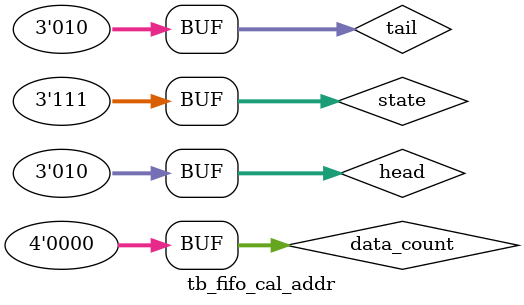
<source format=v>
`timescale 1ns/100ps

module tb_fifo_cal_addr;

	reg [2:0] state, head, tail;	 	// 3bits regs
	reg [3:0] data_count;				// 4bits reg
	
	wire we, re;							// wire
	wire [2:0] next_head, next_tail;	// 3bits wires
	wire [3:0] next_data_count;		// 4bits wire
	
	// parameters
	parameter INIT = 3'b000;
	parameter NO_OP = 3'b001;
	parameter WRITE = 3'b011;
	parameter WR_ERROR = 3'b010;
	parameter READ = 3'b110;
	parameter RD_ERROR = 3'b111;

	// instance module fifo_cal_addr
	fifo_cal_addr test_fifo_cal_addr(state, head, tail, data_count, we, re, next_head, next_tail, next_data_count);

	initial begin
		#0; {state, head, tail, data_count} = {INIT, 3'b000, 3'b000, 4'b0000};
		
		#5; {state, head, tail, data_count} = {NO_OP, 3'b010, 3'b100, 4'b0010};
		#5; {state, head, tail, data_count} = {NO_OP, 3'b011, 3'b111, 4'b0100};
		
		#5; {state, head, tail, data_count} = {WRITE, 3'b000, 3'b100, 4'b0100};
		#5; {state, head, tail, data_count} = {WRITE, 3'b001, 3'b111, 4'b0110};		

		#5; {state, head, tail, data_count} = {WR_ERROR, 3'b000, 3'b111, 4'b1000};

		#5; {state, head, tail, data_count} = {READ, 3'b000, 3'b100, 4'b0100};
		#5; {state, head, tail, data_count} = {READ, 3'b001, 3'b111, 4'b0110};	
		
		#5; {state, head, tail, data_count} = {RD_ERROR, 3'b010, 3'b010, 4'b0000};		
		
		#5;
	end

endmodule

</source>
